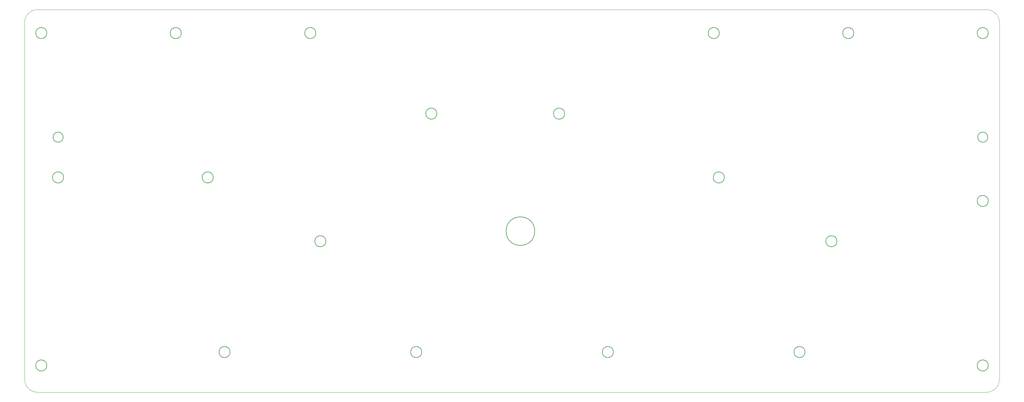
<source format=gm1>
G04 #@! TF.GenerationSoftware,KiCad,Pcbnew,(5.1.10)-1*
G04 #@! TF.CreationDate,2022-01-19T11:14:15-05:00*
G04 #@! TF.ProjectId,CoCo1SwitchBoard,436f436f-3153-4776-9974-6368426f6172,1.0*
G04 #@! TF.SameCoordinates,Original*
G04 #@! TF.FileFunction,Profile,NP*
%FSLAX46Y46*%
G04 Gerber Fmt 4.6, Leading zero omitted, Abs format (unit mm)*
G04 Created by KiCad (PCBNEW (5.1.10)-1) date 2022-01-19 11:14:15*
%MOMM*%
%LPD*%
G01*
G04 APERTURE LIST*
G04 #@! TA.AperFunction,Profile*
%ADD10C,0.150000*%
G04 #@! TD*
G04 #@! TA.AperFunction,Profile*
%ADD11C,0.050000*%
G04 #@! TD*
G04 APERTURE END LIST*
D10*
X146750000Y41000000D02*
G75*
G03*
X146750000Y41000000I-4250000J0D01*
G01*
X117650000Y76000000D02*
G75*
G03*
X117650000Y76000000I-1650000J0D01*
G01*
X155650000Y76000000D02*
G75*
G03*
X155650000Y76000000I-1650000J0D01*
G01*
X203150000Y57000000D02*
G75*
G03*
X203150000Y57000000I-1650000J0D01*
G01*
X51150000Y57000000D02*
G75*
G03*
X51150000Y57000000I-1650000J0D01*
G01*
X281500000Y69000000D02*
G75*
G03*
X281500000Y69000000I-1500000J0D01*
G01*
D11*
X-5000000Y103000000D02*
G75*
G02*
X-1000000Y107000000I4000000J0D01*
G01*
X281000000Y107000000D02*
G75*
G02*
X285000000Y103000000I0J-4000000D01*
G01*
X-1000000Y107000000D02*
X281000000Y107000000D01*
X-1000000Y-7000000D02*
G75*
G02*
X-5000000Y-3000000I0J4000000D01*
G01*
X285000000Y-3000000D02*
G75*
G02*
X281000000Y-7000000I-4000000J0D01*
G01*
X-1000000Y-7000000D02*
X281000000Y-7000000D01*
X281000000Y-7000000D02*
X281000000Y-7000000D01*
D10*
X84650000Y38000000D02*
G75*
G03*
X84650000Y38000000I-1650000J0D01*
G01*
X236650000Y38000000D02*
G75*
G03*
X236650000Y38000000I-1650000J0D01*
G01*
X201650000Y100000000D02*
G75*
G03*
X201650000Y100000000I-1650000J0D01*
G01*
X241650000Y100000000D02*
G75*
G03*
X241650000Y100000000I-1650000J0D01*
G01*
X281650000Y100000000D02*
G75*
G03*
X281650000Y100000000I-1650000J0D01*
G01*
X281650000Y50000000D02*
G75*
G03*
X281650000Y50000000I-1650000J0D01*
G01*
X281650000Y1000000D02*
G75*
G03*
X281650000Y1000000I-1650000J0D01*
G01*
X227150000Y5000000D02*
G75*
G03*
X227150000Y5000000I-1650000J0D01*
G01*
X170150000Y5000000D02*
G75*
G03*
X170150000Y5000000I-1650000J0D01*
G01*
X113150000Y5000000D02*
G75*
G03*
X113150000Y5000000I-1650000J0D01*
G01*
X56150000Y5000000D02*
G75*
G03*
X56150000Y5000000I-1650000J0D01*
G01*
X81650000Y100000000D02*
G75*
G03*
X81650000Y100000000I-1650000J0D01*
G01*
X41650000Y100000000D02*
G75*
G03*
X41650000Y100000000I-1650000J0D01*
G01*
X1650000Y100000000D02*
G75*
G03*
X1650000Y100000000I-1650000J0D01*
G01*
X6650000Y57000000D02*
G75*
G03*
X6650000Y57000000I-1650000J0D01*
G01*
X1650000Y1000000D02*
G75*
G03*
X1650000Y1000000I-1650000J0D01*
G01*
X6500000Y69000000D02*
G75*
G03*
X6500000Y69000000I-1500000J0D01*
G01*
D11*
X285000000Y-3000000D02*
X285000000Y103000000D01*
X-5000000Y103000000D02*
X-5000000Y-3000000D01*
M02*

</source>
